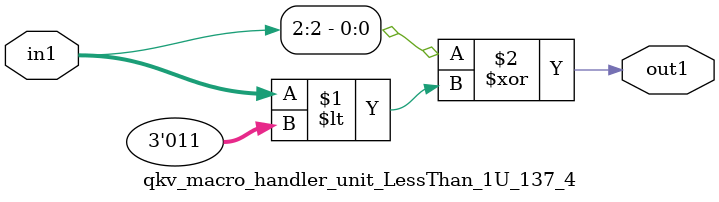
<source format=v>

`timescale 1ps / 1ps


module qkv_macro_handler_unit_LessThan_1U_137_4( in1, out1 );

    input [2:0] in1;
    output out1;

    
    // rtl_process:qkv_macro_handler_hub_LessThan_1U_52_4/qkv_macro_handler_hub_LessThan_1U_52_4_thread_1
    assign out1 = (in1[2] ^ in1 < 3'd3);

endmodule





</source>
